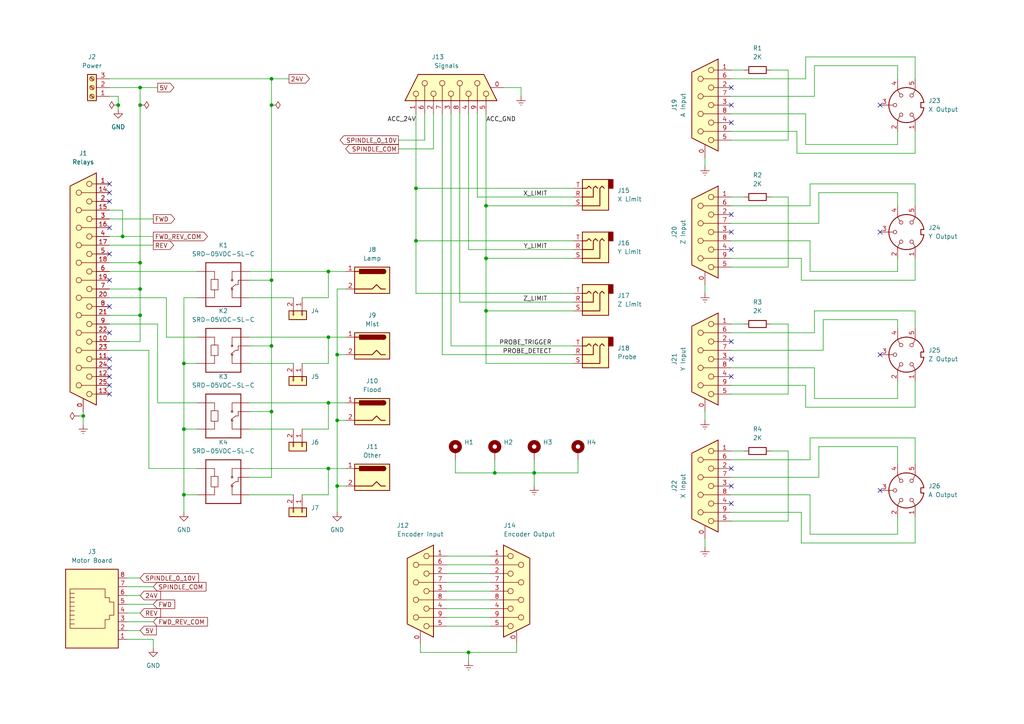
<source format=kicad_sch>
(kicad_sch (version 20211123) (generator eeschema)
  (paper "A4")
  (title_block (title "Sherline CNC Conversion - Input Board") (date "2021-11-28") (rev "A") (company "A.C. Wright Design"))
  (lib_symbols
    (symbol "Connector:AudioJack3"
      (property "Reference" "J" (at 0 8.89 0))
      (property "Value" "AudioJack3" (at 0 6.35 0))
      (symbol "AudioJack3_0_1"
        (rectangle (start -5.08 -5.08) (end -6.35 -2.54) (stroke (width 0.254)) (fill (type outline)))
        (polyline (pts (xy 0 -2.54) (xy 0.635 -3.175) (xy 1.27 -2.54) (xy 2.54 -2.54)) (stroke (width 0.254)))
        (polyline (pts (xy -1.905 -2.54) (xy -1.27 -3.175) (xy -0.635 -2.54) (xy -0.635 0) (xy 2.54 0)) (stroke (width 0.254)))
        (polyline (pts (xy 2.54 2.54) (xy -2.54 2.54) (xy -2.54 -2.54) (xy -3.175 -3.175) (xy -3.81 -2.54)) (stroke (width 0.254)))
        (rectangle (start 2.54 3.81) (end -5.08 -5.08) (stroke (width 0.254)) (fill (type background)))
      )
      (symbol "AudioJack3_1_1"
        (pin passive line (at 5.08 0 180) (length 2.54) (name "~") (number "R"))
        (pin passive line (at 5.08 2.54 180) (length 2.54) (name "~") (number "S"))
        (pin passive line (at 5.08 -2.54 180) (length 2.54) (name "~") (number "T"))
      )
    )
    (symbol "Connector:Barrel_Jack" (pin_names (offset 1.016))
      (property "Reference" "J" (at 0 5.334 0))
      (property "Value" "Barrel_Jack" (at 0 -5.08 0))
      (symbol "Barrel_Jack_0_1"
        (rectangle (start -5.08 3.81) (end 5.08 -3.81) (stroke (width 0.254)) (fill (type background)))
        (arc (start -3.302 3.175) (mid -3.937 2.54) (end -3.302 1.905) (stroke (width 0.254)))
        (arc (start -3.302 3.175) (mid -3.937 2.54) (end -3.302 1.905) (stroke (width 0.254)) (fill (type outline)))
        (polyline (pts (xy 5.08 2.54) (xy 3.81 2.54)) (stroke (width 0.254)))
        (polyline (pts (xy -3.81 -2.54) (xy -2.54 -2.54) (xy -1.27 -1.27) (xy 0 -2.54) (xy 2.54 -2.54) (xy 5.08 -2.54)) (stroke (width 0.254)))
        (rectangle (start 3.683 3.175) (end -3.302 1.905) (stroke (width 0.254)) (fill (type outline)))
      )
      (symbol "Barrel_Jack_1_1"
        (pin passive line (at 7.62 2.54 180) (length 2.54) (name "~") (number "1"))
        (pin passive line (at 7.62 -2.54 180) (length 2.54) (name "~") (number "2"))
      )
    )
    (symbol "Connector:DB25_Female_MountingHoles" (pin_names (offset 1.016) hide)
      (property "Reference" "J" (at 0 36.83 0))
      (property "Value" "DB25_Female_MountingHoles" (at 0 34.925 0))
      (symbol "DB25_Female_MountingHoles_0_1"
        (circle (center -1.778 -30.48) (radius 0.762))
        (circle (center -1.778 -25.4) (radius 0.762))
        (circle (center -1.778 -20.32) (radius 0.762))
        (circle (center -1.778 -15.24) (radius 0.762))
        (circle (center -1.778 -10.16) (radius 0.762))
        (circle (center -1.778 -5.08) (radius 0.762))
        (circle (center -1.778 0) (radius 0.762))
        (circle (center -1.778 5.08) (radius 0.762))
        (circle (center -1.778 10.16) (radius 0.762))
        (circle (center -1.778 15.24) (radius 0.762))
        (circle (center -1.778 20.32) (radius 0.762))
        (circle (center -1.778 25.4) (radius 0.762))
        (circle (center -1.778 30.48) (radius 0.762))
        (polyline (pts (xy -3.81 -30.48) (xy -2.54 -30.48)))
        (polyline (pts (xy -3.81 -27.94) (xy 0.508 -27.94)))
        (polyline (pts (xy -3.81 -25.4) (xy -2.54 -25.4)))
        (polyline (pts (xy -3.81 -22.86) (xy 0.508 -22.86)))
        (polyline (pts (xy -3.81 -20.32) (xy -2.54 -20.32)))
        (polyline (pts (xy -3.81 -17.78) (xy 0.508 -17.78)))
        (polyline (pts (xy -3.81 -15.24) (xy -2.54 -15.24)))
        (polyline (pts (xy -3.81 -12.7) (xy 0.508 -12.7)))
        (polyline (pts (xy -3.81 -10.16) (xy -2.54 -10.16)))
        (polyline (pts (xy -3.81 -7.62) (xy 0.508 -7.62)))
        (polyline (pts (xy -3.81 -5.08) (xy -2.54 -5.08)))
        (polyline (pts (xy -3.81 -2.54) (xy 0.508 -2.54)))
        (polyline (pts (xy -3.81 0) (xy -2.54 0)))
        (polyline (pts (xy -3.81 2.54) (xy 0.508 2.54)))
        (polyline (pts (xy -3.81 5.08) (xy -2.54 5.08)))
        (polyline (pts (xy -3.81 7.62) (xy 0.508 7.62)))
        (polyline (pts (xy -3.81 10.16) (xy -2.54 10.16)))
        (polyline (pts (xy -3.81 12.7) (xy 0.508 12.7)))
        (polyline (pts (xy -3.81 15.24) (xy -2.54 15.24)))
        (polyline (pts (xy -3.81 17.78) (xy 0.508 17.78)))
        (polyline (pts (xy -3.81 20.32) (xy -2.54 20.32)))
        (polyline (pts (xy -3.81 22.86) (xy 0.508 22.86)))
        (polyline (pts (xy -3.81 25.4) (xy -2.54 25.4)))
        (polyline (pts (xy -3.81 27.94) (xy 0.508 27.94)))
        (polyline (pts (xy -3.81 30.48) (xy -2.54 30.48)))
        (polyline (pts (xy -3.81 33.655) (xy 3.81 29.845) (xy 3.81 -29.845) (xy -3.81 -33.655) (xy -3.81 33.655)) (stroke (width 0.254)) (fill (type background)))
        (circle (center 1.27 -27.94) (radius 0.762))
        (circle (center 1.27 -22.86) (radius 0.762))
        (circle (center 1.27 -17.78) (radius 0.762))
        (circle (center 1.27 -12.7) (radius 0.762))
        (circle (center 1.27 -7.62) (radius 0.762))
        (circle (center 1.27 -2.54) (radius 0.762))
        (circle (center 1.27 2.54) (radius 0.762))
        (circle (center 1.27 7.62) (radius 0.762))
        (circle (center 1.27 12.7) (radius 0.762))
        (circle (center 1.27 17.78) (radius 0.762))
        (circle (center 1.27 22.86) (radius 0.762))
        (circle (center 1.27 27.94) (radius 0.762))
      )
      (symbol "DB25_Female_MountingHoles_1_1"
        (pin passive line (at 0 -35.56 90) (length 3.81) (name "PAD") (number "0"))
        (pin passive line (at -7.62 30.48 0) (length 3.81) (name "1") (number "1"))
        (pin passive line (at -7.62 -15.24 0) (length 3.81) (name "10") (number "10"))
        (pin passive line (at -7.62 -20.32 0) (length 3.81) (name "11") (number "11"))
        (pin passive line (at -7.62 -25.4 0) (length 3.81) (name "12") (number "12"))
        (pin passive line (at -7.62 -30.48 0) (length 3.81) (name "13") (number "13"))
        (pin passive line (at -7.62 27.94 0) (length 3.81) (name "P14") (number "14"))
        (pin passive line (at -7.62 22.86 0) (length 3.81) (name "P15") (number "15"))
        (pin passive line (at -7.62 17.78 0) (length 3.81) (name "P16") (number "16"))
        (pin passive line (at -7.62 12.7 0) (length 3.81) (name "P17") (number "17"))
        (pin passive line (at -7.62 7.62 0) (length 3.81) (name "P18") (number "18"))
        (pin passive line (at -7.62 2.54 0) (length 3.81) (name "P19") (number "19"))
        (pin passive line (at -7.62 25.4 0) (length 3.81) (name "2") (number "2"))
        (pin passive line (at -7.62 -2.54 0) (length 3.81) (name "P20") (number "20"))
        (pin passive line (at -7.62 -7.62 0) (length 3.81) (name "P21") (number "21"))
        (pin passive line (at -7.62 -12.7 0) (length 3.81) (name "P22") (number "22"))
        (pin passive line (at -7.62 -17.78 0) (length 3.81) (name "P23") (number "23"))
        (pin passive line (at -7.62 -22.86 0) (length 3.81) (name "P24") (number "24"))
        (pin passive line (at -7.62 -27.94 0) (length 3.81) (name "P25") (number "25"))
        (pin passive line (at -7.62 20.32 0) (length 3.81) (name "3") (number "3"))
        (pin passive line (at -7.62 15.24 0) (length 3.81) (name "4") (number "4"))
        (pin passive line (at -7.62 10.16 0) (length 3.81) (name "5") (number "5"))
        (pin passive line (at -7.62 5.08 0) (length 3.81) (name "6") (number "6"))
        (pin passive line (at -7.62 0 0) (length 3.81) (name "7") (number "7"))
        (pin passive line (at -7.62 -5.08 0) (length 3.81) (name "8") (number "8"))
        (pin passive line (at -7.62 -10.16 0) (length 3.81) (name "9") (number "9"))
      )
    )
    (symbol "Connector:DB9_Female_MountingHoles" (pin_names (offset 1.016) hide)
      (property "Reference" "J" (at 0 16.51 0))
      (property "Value" "DB9_Female_MountingHoles" (at 0 14.605 0))
      (symbol "DB9_Female_MountingHoles_0_1"
        (circle (center -1.778 -10.16) (radius 0.762))
        (circle (center -1.778 -5.08) (radius 0.762))
        (circle (center -1.778 0) (radius 0.762))
        (circle (center -1.778 5.08) (radius 0.762))
        (circle (center -1.778 10.16) (radius 0.762))
        (polyline (pts (xy -3.81 -10.16) (xy -2.54 -10.16)))
        (polyline (pts (xy -3.81 -7.62) (xy 0.508 -7.62)))
        (polyline (pts (xy -3.81 -5.08) (xy -2.54 -5.08)))
        (polyline (pts (xy -3.81 -2.54) (xy 0.508 -2.54)))
        (polyline (pts (xy -3.81 0) (xy -2.54 0)))
        (polyline (pts (xy -3.81 2.54) (xy 0.508 2.54)))
        (polyline (pts (xy -3.81 5.08) (xy -2.54 5.08)))
        (polyline (pts (xy -3.81 7.62) (xy 0.508 7.62)))
        (polyline (pts (xy -3.81 10.16) (xy -2.54 10.16)))
        (polyline (pts (xy -3.81 13.335) (xy -3.81 -13.335) (xy 3.81 -9.525) (xy 3.81 9.525) (xy -3.81 13.335)) (stroke (width 0.254)) (fill (type background)))
        (circle (center 1.27 -7.62) (radius 0.762))
        (circle (center 1.27 -2.54) (radius 0.762))
        (circle (center 1.27 2.54) (radius 0.762))
        (circle (center 1.27 7.62) (radius 0.762))
      )
      (symbol "DB9_Female_MountingHoles_1_1"
        (pin passive line (at 0 -15.24 90) (length 3.81) (name "PAD") (number "0"))
        (pin passive line (at -7.62 10.16 0) (length 3.81) (name "1") (number "1"))
        (pin passive line (at -7.62 5.08 0) (length 3.81) (name "2") (number "2"))
        (pin passive line (at -7.62 0 0) (length 3.81) (name "3") (number "3"))
        (pin passive line (at -7.62 -5.08 0) (length 3.81) (name "4") (number "4"))
        (pin passive line (at -7.62 -10.16 0) (length 3.81) (name "5") (number "5"))
        (pin passive line (at -7.62 7.62 0) (length 3.81) (name "6") (number "6"))
        (pin passive line (at -7.62 2.54 0) (length 3.81) (name "7") (number "7"))
        (pin passive line (at -7.62 -2.54 0) (length 3.81) (name "8") (number "8"))
        (pin passive line (at -7.62 -7.62 0) (length 3.81) (name "9") (number "9"))
      )
    )
    (symbol "Connector:DIN-5" (pin_names (offset 1.016))
      (property "Reference" "J" (at 3.175 5.715 0))
      (property "Value" "DIN-5" (at 0 -6.35 0))
      (symbol "DIN-5_0_1"
        (arc (start -5.08 0) (mid -3.8597 -3.3379) (end -0.762 -5.08) (stroke (width 0.254)))
        (circle (center -2.794 -1.524) (radius 0.508))
        (circle (center -2.794 1.524) (radius 0.508))
        (polyline (pts (xy 0 5.08) (xy 0 3.81)))
        (polyline (pts (xy -5.08 -2.54) (xy -4.318 -2.54) (xy -3.175 -1.905)))
        (polyline (pts (xy -5.08 2.54) (xy -4.318 2.54) (xy -3.175 1.905)))
        (polyline (pts (xy 5.08 -2.54) (xy 4.318 -2.54) (xy 3.175 -1.905)))
        (polyline (pts (xy 5.08 2.54) (xy 4.318 2.54) (xy 3.175 1.905)))
        (polyline (pts (xy -0.762 -4.953) (xy -0.762 -4.191) (xy 0.762 -4.191) (xy 0.762 -4.953)) (stroke (width 0.254)))
        (circle (center 0 3.302) (radius 0.508))
        (arc (start 0.762 -5.08) (mid 3.8673 -3.3444) (end 5.08 0) (stroke (width 0.254)))
        (circle (center 2.794 -1.524) (radius 0.508))
        (circle (center 2.794 1.524) (radius 0.508))
        (arc (start 5.08 0) (mid 0 5.08) (end -5.08 0) (stroke (width 0.254)))
      )
      (symbol "DIN-5_1_1"
        (pin passive line (at -7.62 -2.54 0) (length 2.54) (name "~") (number "1"))
        (pin passive line (at -7.62 2.54 0) (length 2.54) (name "~") (number "2"))
        (pin passive line (at 0 7.62 270) (length 2.54) (name "~") (number "3"))
        (pin passive line (at 7.62 2.54 180) (length 2.54) (name "~") (number "4"))
        (pin passive line (at 7.62 -2.54 180) (length 2.54) (name "~") (number "5"))
      )
    )
    (symbol "Connector:RJ45" (pin_names (offset 1.016))
      (property "Reference" "J" (at -5.08 13.97 0))
      (property "Value" "RJ45" (at 2.54 13.97 0))
      (symbol "RJ45_0_1"
        (polyline (pts (xy -5.08 4.445) (xy -6.35 4.445)))
        (polyline (pts (xy -5.08 5.715) (xy -6.35 5.715)))
        (polyline (pts (xy -6.35 -3.175) (xy -5.08 -3.175) (xy -5.08 -3.175)))
        (polyline (pts (xy -6.35 -1.905) (xy -5.08 -1.905) (xy -5.08 -1.905)))
        (polyline (pts (xy -6.35 -0.635) (xy -5.08 -0.635) (xy -5.08 -0.635)))
        (polyline (pts (xy -6.35 0.635) (xy -5.08 0.635) (xy -5.08 0.635)))
        (polyline (pts (xy -6.35 1.905) (xy -5.08 1.905) (xy -5.08 1.905)))
        (polyline (pts (xy -5.08 3.175) (xy -6.35 3.175) (xy -6.35 3.175)))
        (polyline (pts (xy -6.35 -4.445) (xy -6.35 6.985) (xy 3.81 6.985) (xy 3.81 4.445) (xy 5.08 4.445) (xy 5.08 3.175) (xy 6.35 3.175) (xy 6.35 -0.635) (xy 5.08 -0.635) (xy 5.08 -1.905) (xy 3.81 -1.905) (xy 3.81 -4.445) (xy -6.35 -4.445) (xy -6.35 -4.445)))
        (rectangle (start 7.62 12.7) (end -7.62 -10.16) (stroke (width 0.254)) (fill (type background)))
      )
      (symbol "RJ45_1_1"
        (pin passive line (at 10.16 -7.62 180) (length 2.54) (name "~") (number "1"))
        (pin passive line (at 10.16 -5.08 180) (length 2.54) (name "~") (number "2"))
        (pin passive line (at 10.16 -2.54 180) (length 2.54) (name "~") (number "3"))
        (pin passive line (at 10.16 0 180) (length 2.54) (name "~") (number "4"))
        (pin passive line (at 10.16 2.54 180) (length 2.54) (name "~") (number "5"))
        (pin passive line (at 10.16 5.08 180) (length 2.54) (name "~") (number "6"))
        (pin passive line (at 10.16 7.62 180) (length 2.54) (name "~") (number "7"))
        (pin passive line (at 10.16 10.16 180) (length 2.54) (name "~") (number "8"))
      )
    )
    (symbol "Connector:Screw_Terminal_01x03" (pin_names (offset 1.016) hide)
      (property "Reference" "J" (at 0 5.08 0))
      (property "Value" "Screw_Terminal_01x03" (at 0 -5.08 0))
      (symbol "Screw_Terminal_01x03_1_1"
        (rectangle (start -1.27 3.81) (end 1.27 -3.81) (stroke (width 0.254)) (fill (type background)))
        (circle (center 0 -2.54) (radius 0.635) (stroke (width 0.1524)))
        (polyline (pts (xy -0.5334 -2.2098) (xy 0.3302 -3.048)) (stroke (width 0.1524)))
        (polyline (pts (xy -0.5334 0.3302) (xy 0.3302 -0.508)) (stroke (width 0.1524)))
        (polyline (pts (xy -0.5334 2.8702) (xy 0.3302 2.032)) (stroke (width 0.1524)))
        (polyline (pts (xy -0.3556 -2.032) (xy 0.508 -2.8702)) (stroke (width 0.1524)))
        (polyline (pts (xy -0.3556 0.508) (xy 0.508 -0.3302)) (stroke (width 0.1524)))
        (polyline (pts (xy -0.3556 3.048) (xy 0.508 2.2098)) (stroke (width 0.1524)))
        (circle (center 0 0) (radius 0.635) (stroke (width 0.1524)))
        (circle (center 0 2.54) (radius 0.635) (stroke (width 0.1524)))
        (pin passive line (at -5.08 2.54 0) (length 3.81) (name "Pin_1") (number "1"))
        (pin passive line (at -5.08 0 0) (length 3.81) (name "Pin_2") (number "2"))
        (pin passive line (at -5.08 -2.54 0) (length 3.81) (name "Pin_3") (number "3"))
      )
    )
    (symbol "Connector_Generic:Conn_01x02" (pin_names (offset 1.016) hide)
      (property "Reference" "J" (at 0 2.54 0))
      (property "Value" "Conn_01x02" (at 0 -5.08 0))
      (symbol "Conn_01x02_1_1"
        (rectangle (start -1.27 -2.413) (end 0 -2.667) (stroke (width 0.1524)))
        (rectangle (start -1.27 0.127) (end 0 -0.127) (stroke (width 0.1524)))
        (rectangle (start -1.27 1.27) (end 1.27 -3.81) (stroke (width 0.254)) (fill (type background)))
        (pin passive line (at -5.08 0 0) (length 3.81) (name "Pin_1") (number "1"))
        (pin passive line (at -5.08 -2.54 0) (length 3.81) (name "Pin_2") (number "2"))
      )
    )
    (symbol "Device:R" (pin_numbers hide) (pin_names (offset 0))
      (property "Reference" "R" (at 2.032 0 90))
      (property "Value" "R" (at 0 0 90))
      (symbol "R_0_1"
        (rectangle (start -1.016 -2.54) (end 1.016 2.54) (stroke (width 0.254)))
      )
      (symbol "R_1_1"
        (pin passive line (at 0 3.81 270) (length 1.27) (name "~") (number "1"))
        (pin passive line (at 0 -3.81 90) (length 1.27) (name "~") (number "2"))
      )
    )
    (symbol "Mechanical:MountingHole_Pad" (pin_numbers hide) (pin_names (offset 1.016) hide)
      (property "Reference" "H" (at 0 6.35 0))
      (property "Value" "MountingHole_Pad" (at 0 4.445 0))
      (symbol "MountingHole_Pad_0_1"
        (circle (center 0 1.27) (radius 1.27) (stroke (width 1.27)))
      )
      (symbol "MountingHole_Pad_1_1"
        (pin input line (at 0 -2.54 90) (length 2.54) (name "1") (number "1"))
      )
    )
    (symbol "SRD05VDC-SL-C:SRD-05VDC-SL-C" (pin_numbers hide) (pin_names (offset 1.016) hide)
      (property "Reference" "K" (at -5.08 5.842 0))
      (property "Value" "SRD-05VDC-SL-C" (at -5.08 -10.16 0))
      (symbol "SRD-05VDC-SL-C_0_0"
        (polyline (pts (xy -5.08 -7.62) (xy -5.08 5.08)) (stroke (width 0.254)))
        (polyline (pts (xy -5.08 2.54) (xy -2.54 2.54)) (stroke (width 0.1524)))
        (polyline (pts (xy -5.08 5.08) (xy 5.08 5.08)) (stroke (width 0.254)))
        (polyline (pts (xy -3.556 -2.794) (xy -2.54 -2.794)) (stroke (width 0.1524)))
        (polyline (pts (xy -3.556 0.254) (xy -3.556 -2.794)) (stroke (width 0.1524)))
        (polyline (pts (xy -2.54 -5.08) (xy -5.08 -5.08)) (stroke (width 0.1524)))
        (polyline (pts (xy -2.54 -2.794) (xy -2.54 -5.08)) (stroke (width 0.1524)))
        (polyline (pts (xy -2.54 -2.794) (xy -1.524 -2.794)) (stroke (width 0.1524)))
        (polyline (pts (xy -2.54 0.254) (xy -3.556 0.254)) (stroke (width 0.1524)))
        (polyline (pts (xy -2.54 2.54) (xy -2.54 0.254)) (stroke (width 0.1524)))
        (polyline (pts (xy -1.524 -2.794) (xy -1.524 0.254)) (stroke (width 0.1524)))
        (polyline (pts (xy -1.524 0.254) (xy -2.54 0.254)) (stroke (width 0.1524)))
        (polyline (pts (xy 2.54 -5.08) (xy 5.08 -5.08)) (stroke (width 0.1524)))
        (polyline (pts (xy 2.54 -2.54) (xy 2.54 -5.08)) (stroke (width 0.1524)))
        (polyline (pts (xy 2.54 2.54) (xy 2.54 0)) (stroke (width 0.1524)))
        (polyline (pts (xy 3.556 -1.27) (xy 2.286 -2.286)) (stroke (width 0.1524)))
        (polyline (pts (xy 3.556 -1.27) (xy 4.318 -1.27)) (stroke (width 0.1524)))
        (polyline (pts (xy 4.318 -1.27) (xy 4.318 0)) (stroke (width 0.1524)))
        (polyline (pts (xy 4.318 0) (xy 5.08 0)) (stroke (width 0.1524)))
        (polyline (pts (xy 5.08 -7.62) (xy -5.08 -7.62)) (stroke (width 0.254)))
        (polyline (pts (xy 5.08 0) (xy 5.08 -7.62)) (stroke (width 0.254)))
        (polyline (pts (xy 5.08 2.54) (xy 2.54 2.54)) (stroke (width 0.1524)))
        (polyline (pts (xy 5.08 5.08) (xy 5.08 0)) (stroke (width 0.254)))
        (circle (center 2.54 -2.54) (radius 0.254) (stroke (width 0.1524)))
        (circle (center 2.54 0) (radius 0.254) (stroke (width 0.1524)))
        (pin passive line (at -7.62 2.54 0) (length 2.54) (name "~") (number "A1"))
        (pin passive line (at -7.62 -5.08 0) (length 2.54) (name "~") (number "A2"))
        (pin passive line (at 7.62 0 180) (length 2.54) (name "~") (number "COM"))
        (pin passive line (at 7.62 -5.08 180) (length 2.54) (name "~") (number "NC"))
        (pin passive line (at 7.62 2.54 180) (length 2.54) (name "~") (number "NO"))
      )
    )
    (symbol "power:Earth" (power) (pin_names (offset 0))
      (symbol "Earth_0_1"
        (polyline (pts (xy -0.635 -1.905) (xy 0.635 -1.905)))
        (polyline (pts (xy -0.127 -2.54) (xy 0.127 -2.54)))
        (polyline (pts (xy 0 -1.27) (xy 0 0)))
        (polyline (pts (xy 1.27 -1.27) (xy -1.27 -1.27)))
      )
      (symbol "Earth_1_1"
        (pin power_in line (at 0 0 270) (length 0) hide (name "Earth") (number "1"))
      )
    )
    (symbol "power:GND" (power) (pin_names (offset 0))
      (property "Value" "GND" (at 0 -3.81 0))
      (symbol "GND_0_1"
        (polyline (pts (xy 0 0) (xy 0 -1.27) (xy 1.27 -1.27) (xy 0 -2.54) (xy -1.27 -1.27) (xy 0 -1.27)))
      )
      (symbol "GND_1_1"
        (pin power_in line (at 0 0 270) (length 0) hide (name "GND") (number "1"))
      )
    )
    (symbol "power:PWR_FLAG" (power) (pin_numbers hide) (pin_names (offset 0) hide)
      (property "Value" "PWR_FLAG" (at 0 3.81 0))
      (symbol "PWR_FLAG_0_0"
        (pin power_out line (at 0 0 90) (length 0) (name "pwr") (number "1"))
      )
      (symbol "PWR_FLAG_0_1"
        (polyline (pts (xy 0 0) (xy 0 1.27) (xy -1.016 1.905) (xy 0 2.54) (xy 1.016 1.905) (xy 0 1.27)))
      )
    )
  )
  (junction (at 95.25 78.74))
  (junction (at 97.79 121.92))
  (junction (at 95.25 135.89))
  (junction (at 140.97 90.17))
  (junction (at 34.29 30.48))
  (junction (at 78.74 22.86))
  (junction (at 40.64 76.2))
  (junction (at 78.74 119.38))
  (junction (at 97.79 102.87))
  (junction (at 120.65 54.61))
  (junction (at 140.97 59.69))
  (junction (at 40.64 25.4))
  (junction (at 135.89 189.23))
  (junction (at 40.64 83.82))
  (junction (at 53.34 124.46))
  (junction (at 95.25 97.79))
  (junction (at 154.94 137.16))
  (junction (at 35.56 68.58))
  (junction (at 140.97 74.93))
  (junction (at 53.34 143.51))
  (junction (at 143.51 137.16))
  (junction (at 97.79 140.97))
  (junction (at 120.65 69.85))
  (junction (at 78.74 100.33))
  (junction (at 40.64 91.44))
  (junction (at 40.64 30.48))
  (junction (at 78.74 81.28))
  (junction (at 78.74 30.48))
  (junction (at 24.13 120.65))
  (junction (at 53.34 105.41))
  (junction (at 95.25 116.84))
  (no_connect (at 212.09 146.05))
  (no_connect (at 212.09 135.89))
  (no_connect (at 212.09 140.97))
  (no_connect (at 212.09 109.22))
  (no_connect (at 212.09 99.06))
  (no_connect (at 212.09 104.14))
  (no_connect (at 212.09 62.23))
  (no_connect (at 212.09 67.31))
  (no_connect (at 212.09 72.39))
  (no_connect (at 31.75 106.68))
  (no_connect (at 31.75 109.22))
  (no_connect (at 31.75 111.76))
  (no_connect (at 31.75 114.3))
  (no_connect (at 31.75 53.34))
  (no_connect (at 31.75 55.88))
  (no_connect (at 31.75 58.42))
  (no_connect (at 31.75 96.52))
  (no_connect (at 31.75 88.9))
  (no_connect (at 31.75 81.28))
  (no_connect (at 31.75 73.66))
  (no_connect (at 31.75 104.14))
  (no_connect (at 31.75 66.04))
  (no_connect (at 255.27 142.24))
  (no_connect (at 212.09 25.4))
  (no_connect (at 212.09 30.48))
  (no_connect (at 212.09 35.56))
  (no_connect (at 255.27 30.48))
  (no_connect (at 255.27 67.31))
  (no_connect (at 255.27 102.87))
  (wire (pts (xy 149.86 189.23) (xy 149.86 186.69)))
  (wire (pts (xy 237.49 55.88) (xy 260.35 55.88)))
  (wire (pts (xy 228.6 40.64) (xy 228.6 20.32)))
  (wire (pts (xy 265.43 118.11) (xy 265.43 110.49)))
  (wire (pts (xy 167.64 137.16) (xy 167.64 133.35)))
  (wire (pts (xy 40.64 25.4) (xy 40.64 30.48)))
  (wire (pts (xy 97.79 102.87) (xy 100.33 102.87)))
  (wire (pts (xy 265.43 90.17) (xy 265.43 95.25)))
  (wire (pts (xy 125.73 33.02) (xy 125.73 43.18)))
  (wire (pts (xy 95.25 86.36) (xy 95.25 78.74)))
  (wire (pts (xy 140.97 59.69) (xy 140.97 33.02)))
  (wire (pts (xy 31.75 93.98) (xy 45.72 93.98)))
  (wire (pts (xy 36.83 172.72) (xy 40.64 172.72)))
  (wire (pts (xy 233.68 16.51) (xy 265.43 16.51)))
  (wire (pts (xy 40.64 30.48) (xy 40.64 76.2)))
  (wire (pts (xy 233.68 33.02) (xy 233.68 41.91)))
  (wire (pts (xy 53.34 86.36) (xy 53.34 105.41)))
  (wire (pts (xy 95.25 105.41) (xy 95.25 97.79)))
  (wire (pts (xy 72.39 143.51) (xy 85.09 143.51)))
  (wire (pts (xy 72.39 97.79) (xy 95.25 97.79)))
  (wire (pts (xy 166.37 59.69) (xy 140.97 59.69)))
  (wire (pts (xy 212.09 114.3) (xy 228.6 114.3)))
  (wire (pts (xy 123.19 33.02) (xy 123.19 40.64)))
  (wire (pts (xy 260.35 129.54) (xy 260.35 134.62)))
  (wire (pts (xy 36.83 177.8) (xy 40.64 177.8)))
  (wire (pts (xy 232.41 157.48) (xy 265.43 157.48)))
  (wire (pts (xy 35.56 60.96) (xy 35.56 68.58)))
  (wire (pts (xy 78.74 119.38) (xy 78.74 100.33)))
  (wire (pts (xy 48.26 97.79) (xy 57.15 97.79)))
  (wire (pts (xy 233.68 118.11) (xy 265.43 118.11)))
  (wire (pts (xy 212.09 20.32) (xy 215.9 20.32)))
  (wire (pts (xy 95.25 97.79) (xy 100.33 97.79)))
  (wire (pts (xy 53.34 124.46) (xy 57.15 124.46)))
  (wire (pts (xy 31.75 86.36) (xy 48.26 86.36)))
  (wire (pts (xy 31.75 63.5) (xy 44.45 63.5)))
  (wire (pts (xy 212.09 22.86) (xy 233.68 22.86)))
  (wire (pts (xy 72.39 124.46) (xy 85.09 124.46)))
  (wire (pts (xy 212.09 101.6) (xy 238.76 101.6)))
  (wire (pts (xy 234.95 154.94) (xy 260.35 154.94)))
  (wire (pts (xy 78.74 22.86) (xy 83.82 22.86)))
  (wire (pts (xy 34.29 31.75) (xy 34.29 30.48)))
  (wire (pts (xy 95.25 143.51) (xy 95.25 135.89)))
  (wire (pts (xy 31.75 27.94) (xy 34.29 27.94)))
  (wire (pts (xy 265.43 127) (xy 265.43 134.62)))
  (wire (pts (xy 212.09 106.68) (xy 236.22 106.68)))
  (wire (pts (xy 234.95 53.34) (xy 265.43 53.34)))
  (wire (pts (xy 204.47 82.55) (xy 204.47 85.09)))
  (wire (pts (xy 95.25 135.89) (xy 100.33 135.89)))
  (wire (pts (xy 154.94 137.16) (xy 154.94 140.97)))
  (wire (pts (xy 72.39 119.38) (xy 78.74 119.38)))
  (wire (pts (xy 237.49 138.43) (xy 237.49 129.54)))
  (wire (pts (xy 212.09 40.64) (xy 228.6 40.64)))
  (wire (pts (xy 212.09 96.52) (xy 236.22 96.52)))
  (wire (pts (xy 231.14 44.45) (xy 265.43 44.45)))
  (wire (pts (xy 166.37 85.09) (xy 120.65 85.09)))
  (wire (pts (xy 53.34 143.51) (xy 53.34 148.59)))
  (wire (pts (xy 40.64 83.82) (xy 31.75 83.82)))
  (wire (pts (xy 40.64 99.06) (xy 40.64 91.44)))
  (wire (pts (xy 135.89 72.39) (xy 135.89 33.02)))
  (wire (pts (xy 166.37 72.39) (xy 135.89 72.39)))
  (wire (pts (xy 212.09 138.43) (xy 237.49 138.43)))
  (wire (pts (xy 115.57 43.18) (xy 125.73 43.18)))
  (wire (pts (xy 260.35 110.49) (xy 260.35 115.57)))
  (wire (pts (xy 121.92 186.69) (xy 121.92 189.23)))
  (wire (pts (xy 260.35 19.05) (xy 260.35 22.86)))
  (wire (pts (xy 40.64 25.4) (xy 45.72 25.4)))
  (wire (pts (xy 129.54 181.61) (xy 142.24 181.61)))
  (wire (pts (xy 24.13 120.65) (xy 24.13 123.19)))
  (wire (pts (xy 133.35 33.02) (xy 133.35 87.63)))
  (wire (pts (xy 97.79 83.82) (xy 97.79 102.87)))
  (wire (pts (xy 234.95 127) (xy 265.43 127)))
  (wire (pts (xy 212.09 77.47) (xy 228.6 77.47)))
  (wire (pts (xy 236.22 19.05) (xy 260.35 19.05)))
  (wire (pts (xy 45.72 93.98) (xy 45.72 116.84)))
  (wire (pts (xy 36.83 180.34) (xy 44.45 180.34)))
  (wire (pts (xy 212.09 59.69) (xy 234.95 59.69)))
  (wire (pts (xy 212.09 57.15) (xy 215.9 57.15)))
  (wire (pts (xy 129.54 161.29) (xy 142.24 161.29)))
  (wire (pts (xy 260.35 149.86) (xy 260.35 154.94)))
  (wire (pts (xy 78.74 100.33) (xy 78.74 81.28)))
  (wire (pts (xy 120.65 85.09) (xy 120.65 69.85)))
  (wire (pts (xy 265.43 16.51) (xy 265.43 22.86)))
  (wire (pts (xy 87.63 124.46) (xy 95.25 124.46)))
  (wire (pts (xy 129.54 176.53) (xy 142.24 176.53)))
  (wire (pts (xy 204.47 156.21) (xy 204.47 158.75)))
  (wire (pts (xy 72.39 105.41) (xy 85.09 105.41)))
  (wire (pts (xy 130.81 33.02) (xy 130.81 100.33)))
  (wire (pts (xy 260.35 78.74) (xy 260.35 74.93)))
  (wire (pts (xy 231.14 38.1) (xy 231.14 44.45)))
  (wire (pts (xy 146.05 25.4) (xy 151.13 25.4)))
  (wire (pts (xy 238.76 101.6) (xy 238.76 92.71)))
  (wire (pts (xy 36.83 185.42) (xy 44.45 185.42)))
  (wire (pts (xy 228.6 114.3) (xy 228.6 93.98)))
  (wire (pts (xy 43.18 101.6) (xy 43.18 135.89)))
  (wire (pts (xy 234.95 143.51) (xy 234.95 154.94)))
  (wire (pts (xy 78.74 22.86) (xy 78.74 30.48)))
  (wire (pts (xy 87.63 105.41) (xy 95.25 105.41)))
  (wire (pts (xy 78.74 81.28) (xy 72.39 81.28)))
  (wire (pts (xy 36.83 175.26) (xy 44.45 175.26)))
  (wire (pts (xy 53.34 124.46) (xy 53.34 143.51)))
  (wire (pts (xy 31.75 22.86) (xy 78.74 22.86)))
  (wire (pts (xy 130.81 100.33) (xy 166.37 100.33)))
  (wire (pts (xy 129.54 166.37) (xy 142.24 166.37)))
  (wire (pts (xy 95.25 78.74) (xy 100.33 78.74)))
  (wire (pts (xy 260.35 41.91) (xy 260.35 38.1)))
  (wire (pts (xy 238.76 92.71) (xy 260.35 92.71)))
  (wire (pts (xy 233.68 22.86) (xy 233.68 16.51)))
  (wire (pts (xy 233.68 111.76) (xy 233.68 118.11)))
  (wire (pts (xy 234.95 69.85) (xy 234.95 78.74)))
  (wire (pts (xy 115.57 40.64) (xy 123.19 40.64)))
  (wire (pts (xy 212.09 148.59) (xy 232.41 148.59)))
  (wire (pts (xy 72.39 86.36) (xy 85.09 86.36)))
  (wire (pts (xy 265.43 81.28) (xy 265.43 74.93)))
  (wire (pts (xy 260.35 55.88) (xy 260.35 59.69)))
  (wire (pts (xy 212.09 151.13) (xy 228.6 151.13)))
  (wire (pts (xy 265.43 53.34) (xy 265.43 59.69)))
  (wire (pts (xy 78.74 30.48) (xy 78.74 81.28)))
  (wire (pts (xy 35.56 68.58) (xy 31.75 68.58)))
  (wire (pts (xy 97.79 140.97) (xy 100.33 140.97)))
  (wire (pts (xy 166.37 87.63) (xy 133.35 87.63)))
  (wire (pts (xy 232.41 74.93) (xy 232.41 81.28)))
  (wire (pts (xy 232.41 148.59) (xy 232.41 157.48)))
  (wire (pts (xy 143.51 133.35) (xy 143.51 137.16)))
  (wire (pts (xy 97.79 102.87) (xy 97.79 121.92)))
  (wire (pts (xy 204.47 119.38) (xy 204.47 121.92)))
  (wire (pts (xy 228.6 77.47) (xy 228.6 57.15)))
  (wire (pts (xy 132.08 137.16) (xy 143.51 137.16)))
  (wire (pts (xy 40.64 76.2) (xy 40.64 83.82)))
  (wire (pts (xy 228.6 93.98) (xy 223.52 93.98)))
  (wire (pts (xy 72.39 100.33) (xy 78.74 100.33)))
  (wire (pts (xy 44.45 185.42) (xy 44.45 187.96)))
  (wire (pts (xy 228.6 20.32) (xy 223.52 20.32)))
  (wire (pts (xy 31.75 25.4) (xy 40.64 25.4)))
  (wire (pts (xy 212.09 93.98) (xy 215.9 93.98)))
  (wire (pts (xy 95.25 116.84) (xy 100.33 116.84)))
  (wire (pts (xy 128.27 102.87) (xy 166.37 102.87)))
  (wire (pts (xy 234.95 78.74) (xy 260.35 78.74)))
  (wire (pts (xy 121.92 189.23) (xy 135.89 189.23)))
  (wire (pts (xy 212.09 64.77) (xy 237.49 64.77)))
  (wire (pts (xy 228.6 130.81) (xy 223.52 130.81)))
  (wire (pts (xy 72.39 116.84) (xy 95.25 116.84)))
  (wire (pts (xy 166.37 69.85) (xy 120.65 69.85)))
  (wire (pts (xy 212.09 27.94) (xy 236.22 27.94)))
  (wire (pts (xy 212.09 74.93) (xy 232.41 74.93)))
  (wire (pts (xy 154.94 137.16) (xy 167.64 137.16)))
  (wire (pts (xy 40.64 83.82) (xy 40.64 91.44)))
  (wire (pts (xy 265.43 44.45) (xy 265.43 38.1)))
  (wire (pts (xy 31.75 71.12) (xy 44.45 71.12)))
  (wire (pts (xy 120.65 33.02) (xy 120.65 54.61)))
  (wire (pts (xy 72.39 78.74) (xy 95.25 78.74)))
  (wire (pts (xy 234.95 133.35) (xy 234.95 127)))
  (wire (pts (xy 31.75 101.6) (xy 43.18 101.6)))
  (wire (pts (xy 228.6 151.13) (xy 228.6 130.81)))
  (wire (pts (xy 129.54 163.83) (xy 142.24 163.83)))
  (wire (pts (xy 53.34 105.41) (xy 53.34 124.46)))
  (wire (pts (xy 97.79 121.92) (xy 100.33 121.92)))
  (wire (pts (xy 212.09 133.35) (xy 234.95 133.35)))
  (wire (pts (xy 100.33 83.82) (xy 97.79 83.82)))
  (wire (pts (xy 135.89 189.23) (xy 149.86 189.23)))
  (wire (pts (xy 36.83 170.18) (xy 44.45 170.18)))
  (wire (pts (xy 36.83 182.88) (xy 40.64 182.88)))
  (wire (pts (xy 166.37 57.15) (xy 138.43 57.15)))
  (wire (pts (xy 31.75 78.74) (xy 57.15 78.74)))
  (wire (pts (xy 166.37 90.17) (xy 140.97 90.17)))
  (wire (pts (xy 129.54 173.99) (xy 142.24 173.99)))
  (wire (pts (xy 212.09 130.81) (xy 215.9 130.81)))
  (wire (pts (xy 97.79 121.92) (xy 97.79 140.97)))
  (wire (pts (xy 204.47 45.72) (xy 204.47 48.26)))
  (wire (pts (xy 236.22 115.57) (xy 260.35 115.57)))
  (wire (pts (xy 151.13 25.4) (xy 151.13 27.94)))
  (wire (pts (xy 22.86 120.65) (xy 24.13 120.65)))
  (wire (pts (xy 35.56 68.58) (xy 44.45 68.58)))
  (wire (pts (xy 140.97 74.93) (xy 166.37 74.93)))
  (wire (pts (xy 95.25 124.46) (xy 95.25 116.84)))
  (wire (pts (xy 135.89 189.23) (xy 135.89 191.77)))
  (wire (pts (xy 237.49 64.77) (xy 237.49 55.88)))
  (wire (pts (xy 53.34 105.41) (xy 57.15 105.41)))
  (wire (pts (xy 236.22 90.17) (xy 265.43 90.17)))
  (wire (pts (xy 45.72 116.84) (xy 57.15 116.84)))
  (wire (pts (xy 129.54 171.45) (xy 142.24 171.45)))
  (wire (pts (xy 236.22 96.52) (xy 236.22 90.17)))
  (wire (pts (xy 72.39 135.89) (xy 95.25 135.89)))
  (wire (pts (xy 212.09 38.1) (xy 231.14 38.1)))
  (wire (pts (xy 129.54 179.07) (xy 142.24 179.07)))
  (wire (pts (xy 34.29 27.94) (xy 34.29 30.48)))
  (wire (pts (xy 31.75 60.96) (xy 35.56 60.96)))
  (wire (pts (xy 87.63 143.51) (xy 95.25 143.51)))
  (wire (pts (xy 228.6 57.15) (xy 223.52 57.15)))
  (wire (pts (xy 57.15 86.36) (xy 53.34 86.36)))
  (wire (pts (xy 260.35 92.71) (xy 260.35 95.25)))
  (wire (pts (xy 212.09 111.76) (xy 233.68 111.76)))
  (wire (pts (xy 78.74 138.43) (xy 78.74 119.38)))
  (wire (pts (xy 236.22 27.94) (xy 236.22 19.05)))
  (wire (pts (xy 236.22 106.68) (xy 236.22 115.57)))
  (wire (pts (xy 143.51 137.16) (xy 154.94 137.16)))
  (wire (pts (xy 237.49 129.54) (xy 260.35 129.54)))
  (wire (pts (xy 72.39 138.43) (xy 78.74 138.43)))
  (wire (pts (xy 212.09 69.85) (xy 234.95 69.85)))
  (wire (pts (xy 140.97 105.41) (xy 140.97 90.17)))
  (wire (pts (xy 43.18 135.89) (xy 57.15 135.89)))
  (wire (pts (xy 40.64 76.2) (xy 31.75 76.2)))
  (wire (pts (xy 48.26 86.36) (xy 48.26 97.79)))
  (wire (pts (xy 265.43 157.48) (xy 265.43 149.86)))
  (wire (pts (xy 140.97 90.17) (xy 140.97 74.93)))
  (wire (pts (xy 36.83 167.64) (xy 40.64 167.64)))
  (wire (pts (xy 87.63 86.36) (xy 95.25 86.36)))
  (wire (pts (xy 154.94 133.35) (xy 154.94 137.16)))
  (wire (pts (xy 120.65 54.61) (xy 166.37 54.61)))
  (wire (pts (xy 138.43 57.15) (xy 138.43 33.02)))
  (wire (pts (xy 132.08 133.35) (xy 132.08 137.16)))
  (wire (pts (xy 53.34 143.51) (xy 57.15 143.51)))
  (wire (pts (xy 31.75 99.06) (xy 40.64 99.06)))
  (wire (pts (xy 97.79 140.97) (xy 97.79 148.59)))
  (wire (pts (xy 140.97 74.93) (xy 140.97 59.69)))
  (wire (pts (xy 232.41 81.28) (xy 265.43 81.28)))
  (wire (pts (xy 166.37 105.41) (xy 140.97 105.41)))
  (wire (pts (xy 233.68 41.91) (xy 260.35 41.91)))
  (wire (pts (xy 128.27 33.02) (xy 128.27 102.87)))
  (wire (pts (xy 24.13 119.38) (xy 24.13 120.65)))
  (wire (pts (xy 212.09 33.02) (xy 233.68 33.02)))
  (wire (pts (xy 120.65 69.85) (xy 120.65 54.61)))
  (wire (pts (xy 212.09 143.51) (xy 234.95 143.51)))
  (wire (pts (xy 40.64 91.44) (xy 31.75 91.44)))
  (wire (pts (xy 129.54 168.91) (xy 142.24 168.91)))
  (wire (pts (xy 234.95 59.69) (xy 234.95 53.34)))
  (label "Z_LIMIT" (at 158.75 87.63 180))
  (label "ACC_24V" (at 120.65 35.56 180))
  (label "PROBE_TRIGGER" (at 160.02 100.33 180))
  (label "X_LIMIT" (at 158.75 57.15 180))
  (label "PROBE_DETECT" (at 160.02 102.87 180))
  (label "ACC_GND" (at 140.97 35.56 0))
  (label "Y_LIMIT" (at 158.75 72.39 180))
  (global_label "FWD" (shape output) (at 44.45 63.5 0) (property "Intersheet References" "${INTERSHEET_REFS}" (effects hide)))
  (global_label "5V" (shape input) (at 40.64 182.88 0) (property "Intersheet References" "${INTERSHEET_REFS}" (effects hide)))
  (global_label "FWD" (shape input) (at 44.45 175.26 0) (property "Intersheet References" "${INTERSHEET_REFS}" (effects hide)))
  (global_label "REV" (shape input) (at 40.64 177.8 0) (property "Intersheet References" "${INTERSHEET_REFS}" (effects hide)))
  (global_label "SPINDLE_COM" (shape output) (at 115.57 43.18 180) (property "Intersheet References" "${INTERSHEET_REFS}" (effects hide)))
  (global_label "5V" (shape output) (at 45.72 25.4 0) (property "Intersheet References" "${INTERSHEET_REFS}" (effects hide)))
  (global_label "SPINDLE_0_10V" (shape input) (at 40.64 167.64 0) (property "Intersheet References" "${INTERSHEET_REFS}" (effects hide)))
  (global_label "SPINDLE_COM" (shape input) (at 44.45 170.18 0) (property "Intersheet References" "${INTERSHEET_REFS}" (effects hide)))
  (global_label "FWD_REV_COM" (shape input) (at 44.45 180.34 0) (property "Intersheet References" "${INTERSHEET_REFS}" (effects hide)))
  (global_label "24V" (shape output) (at 83.82 22.86 0) (property "Intersheet References" "${INTERSHEET_REFS}" (effects hide)))
  (global_label "SPINDLE_0_10V" (shape output) (at 115.57 40.64 180) (property "Intersheet References" "${INTERSHEET_REFS}" (effects hide)))
  (global_label "FWD_REV_COM" (shape output) (at 44.45 68.58 0) (property "Intersheet References" "${INTERSHEET_REFS}" (effects hide)))
  (global_label "REV" (shape output) (at 44.45 71.12 0) (property "Intersheet References" "${INTERSHEET_REFS}" (effects hide)))
  (global_label "24V" (shape input) (at 40.64 172.72 0) (property "Intersheet References" "${INTERSHEET_REFS}" (effects hide)))
  (symbol (lib_id "Connector:DB9_Female_MountingHoles") (at 204.47 67.31 0) (mirror y) (unit 1)
    (property "Reference" "J20" (at 195.58 67.31 90))
    (property "Value" "Z Input" (at 198.12 67.31 90))
    (property "Footprint" "Connector_Dsub:DSUB-9_Female_Vertical_P2.77x2.84mm_MountingHoles" (effects hide))
    (property "Datasheet" " ~" (effects hide))
  )
  (symbol (lib_id "power:GND") (at 53.34 148.59 0) (mirror y) (unit 1)
    (property "Reference" "#PWR04" (effects hide))
    (property "Value" "GND" (at 53.34 153.67 0))
  )
  (symbol (lib_id "SRD05VDC-SL-C:SRD-05VDC-SL-C") (at 64.77 100.33 0) (unit 1)
    (property "Reference" "K2" (at 64.77 90.17 0))
    (property "Value" "SRD-05VDC-SL-C" (at 64.77 92.71 0))
    (property "Footprint" "SRD-05VDC-SL-C:SRD-05VDC-SL-C" (effects hide))
    (property "STANDARD" "IPC-7251" (effects hide))
    (property "MANUFACTURER" "SONGLE RELAY" (effects hide))
  )
  (symbol (lib_id "SRD05VDC-SL-C:SRD-05VDC-SL-C") (at 64.77 119.38 0) (unit 1)
    (property "Reference" "K3" (at 64.77 109.22 0))
    (property "Value" "SRD-05VDC-SL-C" (at 64.77 111.76 0))
    (property "Footprint" "SRD-05VDC-SL-C:SRD-05VDC-SL-C" (effects hide))
    (property "STANDARD" "IPC-7251" (effects hide))
    (property "MANUFACTURER" "SONGLE RELAY" (effects hide))
  )
  (symbol (lib_id "Mechanical:MountingHole_Pad") (at 167.64 130.81 0) (unit 1)
    (property "Reference" "H4" (at 170.18 128.2699 0) (effects (justify left)))
    (property "Value" "MountingHole_Pad" (effects hide))
    (property "Footprint" "MountingHole:MountingHole_3.2mm_M3" (effects hide))
  )
  (symbol (lib_id "Mechanical:MountingHole_Pad") (at 143.51 130.81 0) (unit 1)
    (property "Reference" "H2" (at 146.05 128.2699 0) (effects (justify left)))
    (property "Value" "MountingHole_Pad" (effects hide))
    (property "Footprint" "MountingHole:MountingHole_3.2mm_M3" (effects hide))
  )
  (symbol (lib_id "Connector:DB25_Female_MountingHoles") (at 24.13 83.82 0) (mirror y) (unit 1)
    (property "Reference" "J1" (at 24.13 44.45 0))
    (property "Value" "Relays" (at 24.13 46.99 0))
    (property "Footprint" "Connector_Dsub:DSUB-25_Female_Vertical_P2.77x2.84mm_MountingHoles" (effects hide))
    (property "Datasheet" " ~" (effects hide))
  )
  (symbol (lib_id "Connector:RJ45") (at 26.67 177.8 0) (unit 1)
    (property "Reference" "J3" (at 26.67 160.02 0))
    (property "Value" "Motor Board" (at 26.67 162.56 0))
    (property "Footprint" "Connector_RJ:RJ45_Amphenol_54602-x08_Horizontal" (effects hide))
  )
  (symbol (lib_id "Connector:DB9_Female_MountingHoles") (at 204.47 140.97 0) (mirror y) (unit 1)
    (property "Reference" "J22" (at 195.58 140.97 90))
    (property "Value" "X Input" (at 198.12 140.97 90))
    (property "Footprint" "Connector_Dsub:DSUB-9_Female_Vertical_P2.77x2.84mm_MountingHoles" (effects hide))
    (property "Datasheet" " ~" (effects hide))
  )
  (symbol (lib_id "power:Earth") (at 151.13 27.94 0) (mirror y) (unit 1)
    (property "Reference" "#PWR07" (effects hide))
    (property "Value" "Earth" (effects hide))
  )
  (symbol (lib_id "Connector:DB9_Female_MountingHoles") (at 204.47 30.48 0) (mirror y) (unit 1)
    (property "Reference" "J19" (at 195.58 30.48 90))
    (property "Value" "A Input" (at 198.12 30.48 90))
    (property "Footprint" "Connector_Dsub:DSUB-9_Female_Vertical_P2.77x2.84mm_MountingHoles" (effects hide))
    (property "Datasheet" " ~" (effects hide))
  )
  (symbol (lib_id "power:Earth") (at 135.89 191.77 0) (unit 1)
    (property "Reference" "#PWR06" (effects hide))
    (property "Value" "Earth" (effects hide))
  )
  (symbol (lib_id "Connector:AudioJack3") (at 171.45 57.15 180) (unit 1)
    (property "Reference" "J15" (at 179.07 55.2449 0) (effects (justify right)))
    (property "Value" "X Limit" (at 179.07 57.7849 0) (effects (justify right)))
  )
  (symbol (lib_id "power:GND") (at 34.29 31.75 0) (unit 1)
    (property "Reference" "#PWR02" (effects hide))
    (property "Value" "GND" (at 34.29 36.83 0))
  )
  (symbol (lib_id "Device:R") (at 219.71 93.98 90) (mirror x) (unit 1)
    (property "Reference" "R3" (at 219.71 87.63 90))
    (property "Value" "2K" (at 219.71 90.17 90))
    (property "Footprint" "Resistor_THT:R_Axial_DIN0411_L9.9mm_D3.6mm_P15.24mm_Horizontal" (effects hide))
  )
  (symbol (lib_id "power:Earth") (at 154.94 140.97 0) (unit 1)
    (property "Reference" "#PWR08" (effects hide))
    (property "Value" "Earth" (effects hide))
  )
  (symbol (lib_id "Connector:Screw_Terminal_01x03") (at 26.67 25.4 180) (unit 1)
    (property "Reference" "J2" (at 26.67 16.51 0))
    (property "Value" "Power" (at 26.67 19.05 0))
  )
  (symbol (lib_id "Connector_Generic:Conn_01x02") (at 87.63 91.44 270) (unit 1)
    (property "Reference" "J4" (at 90.17 90.1699 90) (effects (justify left)))
    (property "Value" "Conn_01x02" (effects hide))
  )
  (symbol (lib_id "Device:R") (at 219.71 57.15 90) (mirror x) (unit 1)
    (property "Reference" "R2" (at 219.71 50.8 90))
    (property "Value" "2K" (at 219.71 53.34 90))
    (property "Footprint" "Resistor_THT:R_Axial_DIN0411_L9.9mm_D3.6mm_P15.24mm_Horizontal" (effects hide))
  )
  (symbol (lib_id "Connector:Barrel_Jack") (at 107.95 100.33 0) (mirror y) (unit 1)
    (property "Reference" "J9" (at 107.95 91.44 0))
    (property "Value" "Mist" (at 107.95 93.98 0))
    (property "Footprint" "Connector_BarrelJack:BarrelJack_Horizontal" (effects hide))
  )
  (symbol (lib_id "Mechanical:MountingHole_Pad") (at 154.94 130.81 0) (unit 1)
    (property "Reference" "H3" (at 157.48 128.2699 0) (effects (justify left)))
    (property "Value" "MountingHole_Pad" (effects hide))
    (property "Footprint" "MountingHole:MountingHole_3.2mm_M3" (effects hide))
  )
  (symbol (lib_id "Connector:DIN-5") (at 262.89 30.48 90) (unit 1)
    (property "Reference" "J23" (at 269.24 29.2048 90) (effects (justify right)))
    (property "Value" "X Output" (at 269.24 31.7448 90) (effects (justify right)))
    (property "Footprint" "DIN5-RA-PTH:DIN5-RA-PTH" (effects hide))
    (property "Datasheet" "http://www.mouser.com/ds/2/18/40_c091_abd_e-75918.pdf" (effects hide))
  )
  (symbol (lib_id "Connector:Barrel_Jack") (at 107.95 81.28 0) (mirror y) (unit 1)
    (property "Reference" "J8" (at 107.95 72.39 0))
    (property "Value" "Lamp" (at 107.95 74.93 0))
    (property "Footprint" "Connector_BarrelJack:BarrelJack_Horizontal" (effects hide))
  )
  (symbol (lib_id "Mechanical:MountingHole_Pad") (at 132.08 130.81 0) (unit 1)
    (property "Reference" "H1" (at 134.62 128.2699 0) (effects (justify left)))
    (property "Value" "MountingHole_Pad" (effects hide))
    (property "Footprint" "MountingHole:MountingHole_3.2mm_M3" (effects hide))
  )
  (symbol (lib_id "power:PWR_FLAG") (at 40.64 30.48 270) (unit 1)
    (property "Reference" "#FLG03" (effects hide))
    (property "Value" "PWR_FLAG" (effects hide))
  )
  (symbol (lib_id "power:GND") (at 97.79 148.59 0) (mirror y) (unit 1)
    (property "Reference" "#PWR05" (effects hide))
    (property "Value" "GND" (at 97.79 153.67 0))
  )
  (symbol (lib_id "Connector:DB9_Female_MountingHoles") (at 121.92 171.45 0) (mirror y) (unit 1)
    (property "Reference" "J12" (at 116.84 152.4 0))
    (property "Value" "Encoder Input" (at 121.92 154.94 0))
    (property "Footprint" "Connector_Dsub:DSUB-9_Female_Vertical_P2.77x2.84mm_MountingHoles" (effects hide))
    (property "Datasheet" " ~" (effects hide))
  )
  (symbol (lib_id "Connector:AudioJack3") (at 171.45 102.87 180) (unit 1)
    (property "Reference" "J18" (at 179.07 100.9649 0) (effects (justify right)))
    (property "Value" "Probe" (at 179.07 103.5049 0) (effects (justify right)))
  )
  (symbol (lib_id "power:Earth") (at 24.13 123.19 0) (unit 1)
    (property "Reference" "#PWR01" (effects hide))
    (property "Value" "Earth" (effects hide))
  )
  (symbol (lib_id "Connector:Barrel_Jack") (at 107.95 138.43 0) (mirror y) (unit 1)
    (property "Reference" "J11" (at 107.95 129.54 0))
    (property "Value" "Other" (at 107.95 132.08 0))
    (property "Footprint" "Connector_BarrelJack:BarrelJack_Horizontal" (effects hide))
  )
  (symbol (lib_id "Connector_Generic:Conn_01x02") (at 87.63 129.54 270) (unit 1)
    (property "Reference" "J6" (at 90.17 128.2699 90) (effects (justify left)))
    (property "Value" "Conn_01x02" (effects hide))
  )
  (symbol (lib_id "power:Earth") (at 204.47 85.09 0) (mirror y) (unit 1)
    (property "Reference" "#PWR010" (effects hide))
    (property "Value" "Earth" (effects hide))
  )
  (symbol (lib_id "SRD05VDC-SL-C:SRD-05VDC-SL-C") (at 64.77 81.28 0) (unit 1)
    (property "Reference" "K1" (at 64.77 71.12 0))
    (property "Value" "SRD-05VDC-SL-C" (at 64.77 73.66 0))
    (property "Footprint" "SRD-05VDC-SL-C:SRD-05VDC-SL-C" (effects hide))
    (property "STANDARD" "IPC-7251" (effects hide))
    (property "MANUFACTURER" "SONGLE RELAY" (effects hide))
  )
  (symbol (lib_id "Connector:AudioJack3") (at 171.45 87.63 180) (unit 1)
    (property "Reference" "J17" (at 179.07 85.7249 0) (effects (justify right)))
    (property "Value" "Z Limit" (at 179.07 88.2649 0) (effects (justify right)))
  )
  (symbol (lib_id "Connector:Barrel_Jack") (at 107.95 119.38 0) (mirror y) (unit 1)
    (property "Reference" "J10" (at 107.95 110.49 0))
    (property "Value" "Flood" (at 107.95 113.03 0))
    (property "Footprint" "Connector_BarrelJack:BarrelJack_Horizontal" (effects hide))
  )
  (symbol (lib_id "Connector:DIN-5") (at 262.89 102.87 90) (unit 1)
    (property "Reference" "J25" (at 269.24 101.5948 90) (effects (justify right)))
    (property "Value" "Z Output" (at 269.24 104.1348 90) (effects (justify right)))
    (property "Footprint" "DIN5-RA-PTH:DIN5-RA-PTH" (effects hide))
    (property "Datasheet" "http://www.mouser.com/ds/2/18/40_c091_abd_e-75918.pdf" (effects hide))
  )
  (symbol (lib_id "Connector:DB9_Female_MountingHoles") (at 149.86 171.45 0) (unit 1)
    (property "Reference" "J14" (at 146.05 152.4 0) (effects (justify left)))
    (property "Value" "Encoder Output" (at 146.05 154.94 0) (effects (justify left)))
    (property "Footprint" "Connector_Dsub:DSUB-9_Female_Horizontal_P2.77x2.84mm_EdgePinOffset9.90mm_Housed_MountingHolesOffset11.32mm" (effects hide))
    (property "Datasheet" " ~" (effects hide))
  )
  (symbol (lib_id "Connector:AudioJack3") (at 171.45 72.39 180) (unit 1)
    (property "Reference" "J16" (at 179.07 70.4849 0) (effects (justify right)))
    (property "Value" "Y Limit" (at 179.07 73.0249 0) (effects (justify right)))
  )
  (symbol (lib_id "Connector_Generic:Conn_01x02") (at 87.63 110.49 270) (unit 1)
    (property "Reference" "J5" (at 90.17 109.2199 90) (effects (justify left)))
    (property "Value" "Conn_01x02" (effects hide))
  )
  (symbol (lib_id "Device:R") (at 219.71 130.81 90) (mirror x) (unit 1)
    (property "Reference" "R4" (at 219.71 124.46 90))
    (property "Value" "2K" (at 219.71 127 90))
    (property "Footprint" "Resistor_THT:R_Axial_DIN0411_L9.9mm_D3.6mm_P15.24mm_Horizontal" (effects hide))
  )
  (symbol (lib_id "Connector:DIN-5") (at 262.89 142.24 90) (unit 1)
    (property "Reference" "J26" (at 269.24 140.9648 90) (effects (justify right)))
    (property "Value" "A Output" (at 269.24 143.5048 90) (effects (justify right)))
    (property "Footprint" "DIN5-RA-PTH:DIN5-RA-PTH" (effects hide))
    (property "Datasheet" "http://www.mouser.com/ds/2/18/40_c091_abd_e-75918.pdf" (effects hide))
  )
  (symbol (lib_id "power:GND") (at 44.45 187.96 0) (mirror y) (unit 1)
    (property "Reference" "#PWR03" (effects hide))
    (property "Value" "GND" (at 44.45 193.04 0))
  )
  (symbol (lib_id "SRD05VDC-SL-C:SRD-05VDC-SL-C") (at 64.77 138.43 0) (unit 1)
    (property "Reference" "K4" (at 64.77 128.27 0))
    (property "Value" "SRD-05VDC-SL-C" (at 64.77 130.81 0))
    (property "Footprint" "SRD-05VDC-SL-C:SRD-05VDC-SL-C" (effects hide))
    (property "STANDARD" "IPC-7251" (effects hide))
    (property "MANUFACTURER" "SONGLE RELAY" (effects hide))
  )
  (symbol (lib_id "power:PWR_FLAG") (at 34.29 30.48 90) (unit 1)
    (property "Reference" "#FLG02" (effects hide))
    (property "Value" "PWR_FLAG" (effects hide))
  )
  (symbol (lib_id "power:PWR_FLAG") (at 22.86 120.65 90) (unit 1)
    (property "Reference" "#FLG01" (effects hide))
    (property "Value" "PWR_FLAG" (effects hide))
  )
  (symbol (lib_id "Connector:DB9_Female_MountingHoles") (at 204.47 104.14 0) (mirror y) (unit 1)
    (property "Reference" "J21" (at 195.58 104.14 90))
    (property "Value" "Y Input" (at 198.12 104.14 90))
    (property "Footprint" "Connector_Dsub:DSUB-9_Female_Vertical_P2.77x2.84mm_MountingHoles" (effects hide))
    (property "Datasheet" " ~" (effects hide))
  )
  (symbol (lib_id "Connector:DIN-5") (at 262.89 67.31 90) (unit 1)
    (property "Reference" "J24" (at 269.24 66.0348 90) (effects (justify right)))
    (property "Value" "Y Output" (at 269.24 68.5748 90) (effects (justify right)))
    (property "Footprint" "DIN5-RA-PTH:DIN5-RA-PTH" (effects hide))
    (property "Datasheet" "http://www.mouser.com/ds/2/18/40_c091_abd_e-75918.pdf" (effects hide))
  )
  (symbol (lib_id "power:Earth") (at 204.47 48.26 0) (mirror y) (unit 1)
    (property "Reference" "#PWR09" (effects hide))
    (property "Value" "Earth" (effects hide))
  )
  (symbol (lib_id "Connector_Generic:Conn_01x02") (at 87.63 148.59 270) (unit 1)
    (property "Reference" "J7" (at 90.17 147.3199 90) (effects (justify left)))
    (property "Value" "Conn_01x02" (effects hide))
  )
  (symbol (lib_id "power:PWR_FLAG") (at 78.74 30.48 270) (unit 1)
    (property "Reference" "#FLG04" (effects hide))
    (property "Value" "PWR_FLAG" (effects hide))
  )
  (symbol (lib_id "power:Earth") (at 204.47 158.75 0) (mirror y) (unit 1)
    (property "Reference" "#PWR012" (effects hide))
    (property "Value" "Earth" (effects hide))
  )
  (symbol (lib_id "Device:R") (at 219.71 20.32 90) (mirror x) (unit 1)
    (property "Reference" "R1" (at 219.71 13.97 90))
    (property "Value" "2K" (at 219.71 16.51 90))
    (property "Footprint" "Resistor_THT:R_Axial_DIN0411_L9.9mm_D3.6mm_P15.24mm_Horizontal" (effects hide))
  )
  (symbol (lib_id "Connector:DB9_Female_MountingHoles") (at 130.81 25.4 90) (unit 1)
    (property "Reference" "J13" (at 127 16.51 90))
    (property "Value" "Signals" (at 129.54 19.05 90))
    (property "Footprint" "Connector_Dsub:DSUB-9_Female_Vertical_P2.77x2.84mm_MountingHoles" (effects hide))
    (property "Datasheet" " ~" (effects hide))
  )
  (symbol (lib_id "power:Earth") (at 204.47 121.92 0) (mirror y) (unit 1)
    (property "Reference" "#PWR011" (effects hide))
    (property "Value" "Earth" (effects hide))
  )
)
</source>
